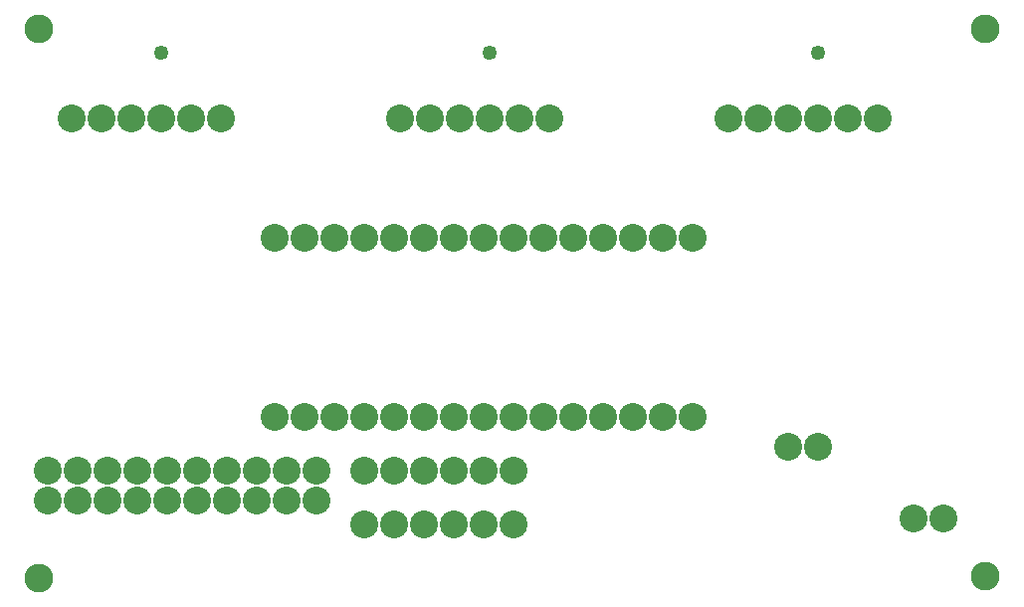
<source format=gbs>
G04 MADE WITH FRITZING*
G04 WWW.FRITZING.ORG*
G04 DOUBLE SIDED*
G04 HOLES PLATED*
G04 CONTOUR ON CENTER OF CONTOUR VECTOR*
%ASAXBY*%
%FSLAX23Y23*%
%MOIN*%
%OFA0B0*%
%SFA1.0B1.0*%
%ADD10C,0.093307*%
%ADD11C,0.096614*%
%ADD12C,0.049370*%
%LNMASK0*%
G90*
G70*
G54D10*
X861Y1202D03*
X961Y1202D03*
X1061Y1202D03*
X1161Y1202D03*
X1261Y1202D03*
X1361Y1202D03*
X1461Y1202D03*
X1561Y1202D03*
X1661Y1202D03*
X1761Y1202D03*
X1861Y1202D03*
X1961Y1202D03*
X2061Y1202D03*
X2161Y1202D03*
X2261Y1202D03*
X861Y602D03*
X961Y602D03*
X1061Y602D03*
X1161Y602D03*
X1261Y602D03*
X1361Y602D03*
X1461Y602D03*
X1561Y602D03*
X1661Y602D03*
X1761Y602D03*
X1861Y602D03*
X1961Y602D03*
X2061Y602D03*
X2161Y602D03*
X2261Y602D03*
X101Y322D03*
X201Y322D03*
X301Y322D03*
X401Y322D03*
X501Y322D03*
X601Y322D03*
X701Y322D03*
X801Y322D03*
X901Y322D03*
X1001Y322D03*
X101Y422D03*
X201Y422D03*
X301Y422D03*
X401Y422D03*
X501Y422D03*
X601Y422D03*
X701Y422D03*
X801Y422D03*
X901Y422D03*
X1001Y422D03*
X1661Y242D03*
X1561Y242D03*
X1461Y242D03*
X1361Y242D03*
X1261Y242D03*
X1161Y242D03*
X1661Y422D03*
X1561Y422D03*
X1461Y422D03*
X1361Y422D03*
X1261Y422D03*
X1161Y422D03*
X3001Y262D03*
X3101Y262D03*
X1281Y1602D03*
X1381Y1602D03*
X1481Y1602D03*
X1581Y1602D03*
X1681Y1602D03*
X1781Y1602D03*
X2381Y1602D03*
X2481Y1602D03*
X2581Y1602D03*
X2681Y1602D03*
X2781Y1602D03*
X2881Y1602D03*
X181Y1602D03*
X281Y1602D03*
X381Y1602D03*
X481Y1602D03*
X581Y1602D03*
X681Y1602D03*
X2681Y502D03*
X2581Y502D03*
G54D11*
X3241Y1902D03*
X70Y62D03*
X3241Y70D03*
X70Y1902D03*
G54D12*
X481Y1822D03*
X1581Y1822D03*
X2681Y1822D03*
G04 End of Mask0*
M02*
</source>
